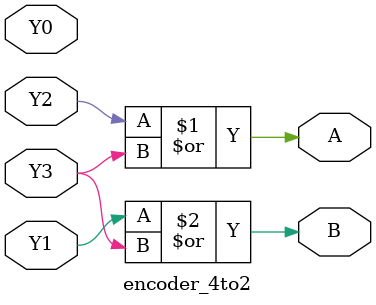
<source format=v>
module encoder_4to2 (
    input  Y0,
    input  Y1,
    input  Y2,
    input  Y3,
    output A,
    output B
);
    assign A = Y2 | Y3;
    assign B = Y1 | Y3;
endmodule

</source>
